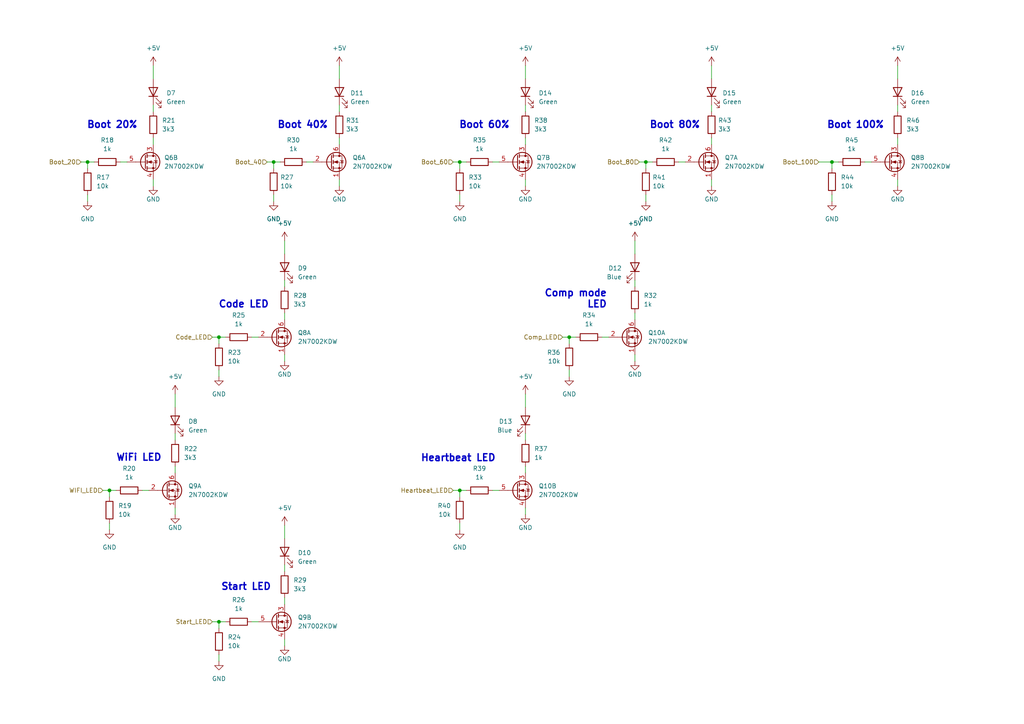
<source format=kicad_sch>
(kicad_sch (version 20211123) (generator eeschema)
  (paper "A4")
  (title_block (title "KCH - Raspberry Pi HAT") (date "2022-07-16") (rev "B (S3L2)") (company "Student Robotics") (comment 1 "Individual UI LEDs"))
  (lib_symbols
    (symbol "Device:LED" (pin_numbers hide) (pin_names (offset 1.016) hide)
      (property "Reference" "D" (at 0 2.54 0))
      (property "Value" "LED" (at 0 -2.54 0))
      (symbol "LED_0_1"
        (polyline (pts (xy -1.27 -1.27) (xy -1.27 1.27)) (stroke (width 0.254)))
        (polyline (pts (xy -1.27 0) (xy 1.27 0)))
        (polyline (pts (xy 1.27 -1.27) (xy 1.27 1.27) (xy -1.27 0) (xy 1.27 -1.27)) (stroke (width 0.254)))
        (polyline (pts (xy -3.048 -0.762) (xy -4.572 -2.286) (xy -3.81 -2.286) (xy -4.572 -2.286) (xy -4.572 -1.524)))
        (polyline (pts (xy -1.778 -0.762) (xy -3.302 -2.286) (xy -2.54 -2.286) (xy -3.302 -2.286) (xy -3.302 -1.524)))
      )
      (symbol "LED_1_1"
        (pin passive line (at -3.81 0 0) (length 2.54) (name "K") (number "1"))
        (pin passive line (at 3.81 0 180) (length 2.54) (name "A") (number "2"))
      )
    )
    (symbol "Device:Q_Dual_NMOS_S1G1D2S2G2D1" (pin_names (offset 0) hide)
      (property "Reference" "Q" (at 6.35 1.27 0))
      (property "Value" "Q_Dual_NMOS_S1G1D2S2G2D1" (at 19.05 -1.27 0))
      (symbol "Q_Dual_NMOS_S1G1D2S2G2D1_0_1"
        (polyline (pts (xy 0.254 0) (xy -2.54 0)))
        (polyline (pts (xy 0.254 1.905) (xy 0.254 -1.905)) (stroke (width 0.254)))
        (polyline (pts (xy 0.762 -1.27) (xy 0.762 -2.286)) (stroke (width 0.254)))
        (polyline (pts (xy 0.762 0.508) (xy 0.762 -0.508)) (stroke (width 0.254)))
        (polyline (pts (xy 0.762 2.286) (xy 0.762 1.27)) (stroke (width 0.254)))
        (polyline (pts (xy 2.54 2.54) (xy 2.54 1.778)))
        (polyline (pts (xy 2.54 -2.54) (xy 2.54 0) (xy 0.762 0)))
        (polyline (pts (xy 0.762 -1.778) (xy 3.302 -1.778) (xy 3.302 1.778) (xy 0.762 1.778)))
        (polyline (pts (xy 1.016 0) (xy 2.032 0.381) (xy 2.032 -0.381) (xy 1.016 0)) (fill (type outline)))
        (polyline (pts (xy 2.794 0.508) (xy 2.921 0.381) (xy 3.683 0.381) (xy 3.81 0.254)))
        (polyline (pts (xy 3.302 0.381) (xy 2.921 -0.254) (xy 3.683 -0.254) (xy 3.302 0.381)))
        (circle (center 1.651 0) (radius 2.794) (stroke (width 0.254)))
        (circle (center 2.54 -1.778) (radius 0.254) (fill (type outline)))
        (circle (center 2.54 1.778) (radius 0.254) (fill (type outline)))
      )
      (symbol "Q_Dual_NMOS_S1G1D2S2G2D1_1_1"
        (pin passive line (at 2.54 -5.08 90) (length 2.54) (name "S") (number "1"))
        (pin input line (at -5.08 0 0) (length 2.54) (name "G") (number "2"))
        (pin passive line (at 2.54 5.08 270) (length 2.54) (name "D") (number "6"))
      )
      (symbol "Q_Dual_NMOS_S1G1D2S2G2D1_2_1"
        (pin passive line (at 2.54 5.08 270) (length 2.54) (name "D") (number "3"))
        (pin passive line (at 2.54 -5.08 90) (length 2.54) (name "S") (number "4"))
        (pin input line (at -5.08 0 0) (length 2.54) (name "G") (number "5"))
      )
    )
    (symbol "Device:R" (pin_numbers hide) (pin_names (offset 0))
      (property "Reference" "R" (at 2.032 0 90))
      (property "Value" "R" (at 0 0 90))
      (symbol "R_0_1"
        (rectangle (start -1.016 -2.54) (end 1.016 2.54) (stroke (width 0.254)))
      )
      (symbol "R_1_1"
        (pin passive line (at 0 3.81 270) (length 1.27) (name "~") (number "1"))
        (pin passive line (at 0 -3.81 90) (length 1.27) (name "~") (number "2"))
      )
    )
    (symbol "power:+5V" (power) (pin_names (offset 0))
      (property "Value" "+5V" (at 0 3.556 0))
      (symbol "+5V_0_1"
        (polyline (pts (xy -0.762 1.27) (xy 0 2.54)))
        (polyline (pts (xy 0 0) (xy 0 2.54)))
        (polyline (pts (xy 0 2.54) (xy 0.762 1.27)))
      )
      (symbol "+5V_1_1"
        (pin power_in line (at 0 0 90) (length 0) hide (name "+5V") (number "1"))
      )
    )
    (symbol "power:GND" (power) (pin_names (offset 0))
      (property "Value" "GND" (at 0 -3.81 0))
      (symbol "GND_0_1"
        (polyline (pts (xy 0 0) (xy 0 -1.27) (xy 1.27 -1.27) (xy 0 -2.54) (xy -1.27 -1.27) (xy 0 -1.27)))
      )
      (symbol "GND_1_1"
        (pin power_in line (at 0 0 270) (length 0) hide (name "GND") (number "1"))
      )
    )
  )
  (junction (at 133.35 46.99))
  (junction (at 79.375 46.99))
  (junction (at 25.4 46.99))
  (junction (at 63.5 180.34))
  (junction (at 165.1 97.79))
  (junction (at 241.3 46.99))
  (junction (at 133.35 142.24))
  (junction (at 187.325 46.99))
  (junction (at 31.75 142.24))
  (junction (at 63.5 97.79))
  (wire (pts (xy 260.35 30.48) (xy 260.35 32.385)))
  (wire (pts (xy 34.925 46.99) (xy 36.83 46.99)))
  (wire (pts (xy 184.15 69.85) (xy 184.15 73.66)))
  (wire (pts (xy 133.35 142.24) (xy 133.35 144.145)))
  (wire (pts (xy 185.42 46.99) (xy 187.325 46.99)))
  (wire (pts (xy 25.4 46.99) (xy 27.305 46.99)))
  (wire (pts (xy 25.4 56.515) (xy 25.4 58.42)))
  (wire (pts (xy 98.425 52.07) (xy 98.425 53.975)))
  (wire (pts (xy 206.375 40.005) (xy 206.375 41.91)))
  (wire (pts (xy 152.4 40.005) (xy 152.4 41.91)))
  (wire (pts (xy 260.35 19.05) (xy 260.35 22.86)))
  (wire (pts (xy 31.75 142.24) (xy 33.655 142.24)))
  (wire (pts (xy 41.275 142.24) (xy 43.18 142.24)))
  (wire (pts (xy 44.45 30.48) (xy 44.45 32.385)))
  (wire (pts (xy 152.4 52.07) (xy 152.4 53.975)))
  (wire (pts (xy 82.55 173.355) (xy 82.55 175.26)))
  (wire (pts (xy 88.9 46.99) (xy 90.805 46.99)))
  (wire (pts (xy 82.55 81.28) (xy 82.55 83.185)))
  (wire (pts (xy 206.375 19.05) (xy 206.375 22.86)))
  (wire (pts (xy 50.8 135.255) (xy 50.8 137.16)))
  (wire (pts (xy 50.8 114.3) (xy 50.8 118.11)))
  (wire (pts (xy 260.35 40.005) (xy 260.35 41.91)))
  (wire (pts (xy 131.445 46.99) (xy 133.35 46.99)))
  (wire (pts (xy 63.5 97.79) (xy 65.405 97.79)))
  (wire (pts (xy 79.375 46.99) (xy 79.375 48.895)))
  (wire (pts (xy 98.425 30.48) (xy 98.425 32.385)))
  (wire (pts (xy 25.4 46.99) (xy 25.4 48.895)))
  (wire (pts (xy 133.35 151.765) (xy 133.35 153.67)))
  (wire (pts (xy 165.1 97.79) (xy 165.1 99.695)))
  (wire (pts (xy 241.3 46.99) (xy 241.3 48.895)))
  (wire (pts (xy 82.55 69.85) (xy 82.55 73.66)))
  (wire (pts (xy 184.15 90.805) (xy 184.15 92.71)))
  (wire (pts (xy 82.55 185.42) (xy 82.55 187.325)))
  (wire (pts (xy 50.8 125.73) (xy 50.8 127.635)))
  (wire (pts (xy 98.425 40.005) (xy 98.425 41.91)))
  (wire (pts (xy 82.55 90.805) (xy 82.55 92.71)))
  (wire (pts (xy 63.5 180.34) (xy 65.405 180.34)))
  (wire (pts (xy 152.4 147.32) (xy 152.4 149.225)))
  (wire (pts (xy 31.75 142.24) (xy 31.75 144.145)))
  (wire (pts (xy 152.4 30.48) (xy 152.4 32.385)))
  (wire (pts (xy 50.8 147.32) (xy 50.8 149.225)))
  (wire (pts (xy 187.325 56.515) (xy 187.325 58.42)))
  (wire (pts (xy 133.35 56.515) (xy 133.35 58.42)))
  (wire (pts (xy 260.35 52.07) (xy 260.35 53.975)))
  (wire (pts (xy 44.45 40.005) (xy 44.45 41.91)))
  (wire (pts (xy 165.1 97.79) (xy 163.195 97.79)))
  (wire (pts (xy 79.375 46.99) (xy 81.28 46.99)))
  (wire (pts (xy 165.1 97.79) (xy 167.005 97.79)))
  (wire (pts (xy 184.15 81.28) (xy 184.15 83.185)))
  (wire (pts (xy 61.595 180.34) (xy 63.5 180.34)))
  (wire (pts (xy 77.47 46.99) (xy 79.375 46.99)))
  (wire (pts (xy 82.55 102.87) (xy 82.55 104.775)))
  (wire (pts (xy 82.55 152.4) (xy 82.55 156.21)))
  (wire (pts (xy 73.025 97.79) (xy 74.93 97.79)))
  (wire (pts (xy 184.15 102.87) (xy 184.15 104.775)))
  (wire (pts (xy 82.55 163.83) (xy 82.55 165.735)))
  (wire (pts (xy 31.75 151.765) (xy 31.75 153.67)))
  (wire (pts (xy 237.49 46.99) (xy 241.3 46.99)))
  (wire (pts (xy 63.5 107.315) (xy 63.5 109.22)))
  (wire (pts (xy 206.375 30.48) (xy 206.375 32.385)))
  (wire (pts (xy 29.845 142.24) (xy 31.75 142.24)))
  (wire (pts (xy 44.45 19.05) (xy 44.45 22.86)))
  (wire (pts (xy 61.595 97.79) (xy 63.5 97.79)))
  (wire (pts (xy 152.4 114.3) (xy 152.4 118.11)))
  (wire (pts (xy 44.45 52.07) (xy 44.45 53.975)))
  (wire (pts (xy 98.425 19.05) (xy 98.425 22.86)))
  (wire (pts (xy 152.4 135.255) (xy 152.4 137.16)))
  (wire (pts (xy 133.35 142.24) (xy 131.445 142.24)))
  (wire (pts (xy 79.375 56.515) (xy 79.375 58.42)))
  (wire (pts (xy 63.5 189.865) (xy 63.5 191.77)))
  (wire (pts (xy 206.375 52.07) (xy 206.375 53.975)))
  (wire (pts (xy 152.4 19.05) (xy 152.4 22.86)))
  (wire (pts (xy 241.3 56.515) (xy 241.3 58.42)))
  (wire (pts (xy 187.325 46.99) (xy 187.325 48.895)))
  (wire (pts (xy 133.35 46.99) (xy 135.255 46.99)))
  (wire (pts (xy 73.025 180.34) (xy 74.93 180.34)))
  (wire (pts (xy 187.325 46.99) (xy 189.23 46.99)))
  (wire (pts (xy 142.875 46.99) (xy 144.78 46.99)))
  (wire (pts (xy 196.85 46.99) (xy 198.755 46.99)))
  (wire (pts (xy 133.35 142.24) (xy 135.255 142.24)))
  (wire (pts (xy 174.625 97.79) (xy 176.53 97.79)))
  (wire (pts (xy 63.5 97.79) (xy 63.5 99.695)))
  (wire (pts (xy 63.5 180.34) (xy 63.5 182.245)))
  (wire (pts (xy 165.1 107.315) (xy 165.1 109.22)))
  (wire (pts (xy 144.78 142.24) (xy 142.875 142.24)))
  (wire (pts (xy 241.3 46.99) (xy 243.205 46.99)))
  (wire (pts (xy 133.35 46.99) (xy 133.35 48.895)))
  (wire (pts (xy 250.825 46.99) (xy 252.73 46.99)))
  (wire (pts (xy 23.495 46.99) (xy 25.4 46.99)))
  (wire (pts (xy 152.4 125.73) (xy 152.4 127.635)))
  (text "Boot 100%" (at 256.54 37.465 180) (effects (font (size 2 2) (thickness 0.4) bold) (justify right bottom)))
  (text "WiFi LED" (at 46.99 133.985 180) (effects (font (size 2 2) (thickness 0.4) bold) (justify right bottom)))
  (text "Boot 60%" (at 147.955 37.465 180) (effects (font (size 2 2) (thickness 0.4) bold) (justify right bottom)))
  (text "Comp mode\n    LED" (at 176.149 89.535 180) (effects (font (size 2 2) (thickness 0.4) bold) (justify right bottom)))
  (text "Start LED" (at 78.74 171.45 180) (effects (font (size 2 2) (thickness 0.4) bold) (justify right bottom)))
  (text "Boot 40%" (at 95.25 37.465 180) (effects (font (size 2 2) (thickness 0.4) bold) (justify right bottom)))
  (text "Code LED" (at 78.105 89.535 180) (effects (font (size 2 2) (thickness 0.4) bold) (justify right bottom)))
  (text "Boot 20%" (at 40.005 37.465 180) (effects (font (size 2 2) (thickness 0.4) bold) (justify right bottom)))
  (text "Boot 80%" (at 203.2 37.465 180) (effects (font (size 2 2) (thickness 0.4) bold) (justify right bottom)))
  (text "Heartbeat LED" (at 143.891 134.112 180) (effects (font (size 2 2) (thickness 0.4) bold) (justify right bottom)))
  (hierarchical_label "WIFI_LED" (shape input) (at 29.845 142.24 180))
  (hierarchical_label "Code_LED" (shape input) (at 61.595 97.79 180))
  (hierarchical_label "Heartbeat_LED" (shape input) (at 131.445 142.24 180))
  (hierarchical_label "Boot_20" (shape input) (at 23.495 46.99 180))
  (hierarchical_label "Boot_40" (shape input) (at 77.47 46.99 180))
  (hierarchical_label "Boot_100" (shape input) (at 237.49 46.99 180))
  (hierarchical_label "Boot_60" (shape input) (at 131.445 46.99 180))
  (hierarchical_label "Boot_80" (shape input) (at 185.42 46.99 180))
  (hierarchical_label "Start_LED" (shape input) (at 61.595 180.34 180))
  (hierarchical_label "Comp_LED" (shape input) (at 163.195 97.79 180))
  (symbol (lib_id "Device:R") (at 139.065 46.99 90) (unit 1)
    (property "Reference" "R35" (at 139.065 40.64 90))
    (property "Value" "1k" (at 139.065 43.18 90))
    (property "Footprint" "Resistor_SMD:R_0402_1005Metric" (effects hide))
  )
  (symbol (lib_id "power:GND") (at 50.8 149.225 0) (unit 1)
    (property "Reference" "#PWR032" (effects hide))
    (property "Value" "GND" (at 50.8 153.035 0))
  )
  (symbol (lib_id "Device:R") (at 133.35 52.705 0) (unit 1)
    (property "Reference" "R33" (at 135.89 51.4349 0) (effects (justify left)))
    (property "Value" "10k" (at 135.89 53.9749 0) (effects (justify left)))
    (property "Footprint" "Resistor_SMD:R_0402_1005Metric" (effects hide))
  )
  (symbol (lib_id "Device:R") (at 69.215 180.34 90) (unit 1)
    (property "Reference" "R26" (at 69.215 173.99 90))
    (property "Value" "1k" (at 69.215 176.53 90))
    (property "Footprint" "Resistor_SMD:R_0402_1005Metric" (effects hide))
  )
  (symbol (lib_id "Device:R") (at 170.815 97.79 90) (unit 1)
    (property "Reference" "R34" (at 170.815 91.44 90))
    (property "Value" "1k" (at 170.815 93.98 90))
    (property "Footprint" "Resistor_SMD:R_0402_1005Metric" (effects hide))
  )
  (symbol (lib_id "power:+5V") (at 98.425 19.05 0) (unit 1)
    (property "Reference" "#PWR040" (effects hide))
    (property "Value" "+5V" (at 98.425 13.97 0))
  )
  (symbol (lib_id "Device:R") (at 206.375 36.195 0) (unit 1)
    (property "Reference" "R43" (at 208.28 34.9249 0) (effects (justify left)))
    (property "Value" "3k3" (at 208.28 37.4649 0) (effects (justify left)))
    (property "Footprint" "Resistor_SMD:R_0402_1005Metric" (effects hide))
  )
  (symbol (lib_id "power:GND") (at 152.4 149.225 0) (mirror y) (unit 1)
    (property "Reference" "#PWR047" (effects hide))
    (property "Value" "GND" (at 152.4 153.035 0))
  )
  (symbol (lib_id "Device:R") (at 139.065 142.24 90) (unit 1)
    (property "Reference" "R39" (at 139.065 135.89 90))
    (property "Value" "1k" (at 139.065 138.43 90))
    (property "Footprint" "Resistor_SMD:R_0402_1005Metric" (effects hide))
  )
  (symbol (lib_id "power:GND") (at 63.5 109.22 0) (unit 1)
    (property "Reference" "#PWR033" (effects hide))
    (property "Value" "~" (at 63.5 114.3 0))
  )
  (symbol (lib_id "power:GND") (at 63.5 191.77 0) (unit 1)
    (property "Reference" "#PWR034" (effects hide))
    (property "Value" "~" (at 63.5 196.85 0))
  )
  (symbol (lib_id "Device:Q_Dual_NMOS_S1G1D2S2G2D1") (at 95.885 46.99 0) (unit 1)
    (property "Reference" "Q6" (at 102.235 45.7199 0) (effects (justify left)))
    (property "Value" "2N7002KDW" (at 102.235 48.2599 0) (effects (justify left)))
    (property "Footprint" "Package_TO_SOT_SMD:SOT-363_SC-70-6" (effects hide))
    (property "Datasheet" "https://datasheet.lcsc.com/lcsc/1808151859_PANJIT-International-2N7002KDW_C106992.pdf" (effects hide))
  )
  (symbol (lib_id "Device:LED") (at 260.35 26.67 90) (unit 1)
    (property "Reference" "D16" (at 264.16 26.9874 90) (effects (justify right)))
    (property "Value" "Green" (at 264.16 29.5274 90) (effects (justify right)))
    (property "Footprint" "LED_SMD:LED_0603_1608Metric_Pad1.05x0.95mm_HandSolder" (effects hide))
    (property "Datasheet" "https://datasheet.lcsc.com/lcsc/1811101510_Everlight-Elec-19-217-GHC-YR1S2-3T_C72043.pdf" (effects hide))
  )
  (symbol (lib_id "Device:Q_Dual_NMOS_S1G1D2S2G2D1") (at 203.835 46.99 0) (unit 1)
    (property "Reference" "Q7" (at 210.185 45.7199 0) (effects (justify left)))
    (property "Value" "2N7002KDW" (at 210.185 48.2599 0) (effects (justify left)))
    (property "Footprint" "Package_TO_SOT_SMD:SOT-363_SC-70-6" (effects hide))
    (property "Datasheet" "https://datasheet.lcsc.com/lcsc/1808151859_PANJIT-International-2N7002KDW_C106992.pdf" (effects hide))
  )
  (symbol (lib_id "power:GND") (at 187.325 58.42 0) (unit 1)
    (property "Reference" "#PWR051" (effects hide))
    (property "Value" "~" (at 187.325 63.5 0))
  )
  (symbol (lib_id "power:GND") (at 133.35 153.67 0) (unit 1)
    (property "Reference" "#PWR050" (effects hide))
    (property "Value" "~" (at 133.35 158.75 0))
  )
  (symbol (lib_id "power:+5V") (at 82.55 152.4 0) (unit 1)
    (property "Reference" "#PWR038" (effects hide))
    (property "Value" "+5V" (at 82.55 147.32 0))
  )
  (symbol (lib_id "Device:Q_Dual_NMOS_S1G1D2S2G2D1") (at 257.81 46.99 0) (unit 2)
    (property "Reference" "Q8" (at 264.16 45.7199 0) (effects (justify left)))
    (property "Value" "2N7002KDW" (at 264.16 48.2599 0) (effects (justify left)))
    (property "Footprint" "Package_TO_SOT_SMD:SOT-363_SC-70-6" (effects hide))
    (property "Datasheet" "https://datasheet.lcsc.com/lcsc/1808151859_PANJIT-International-2N7002KDW_C106992.pdf" (effects hide))
  )
  (symbol (lib_id "power:GND") (at 260.35 53.975 0) (unit 1)
    (property "Reference" "#PWR056" (effects hide))
    (property "Value" "GND" (at 260.35 57.785 0))
  )
  (symbol (lib_id "Device:LED") (at 152.4 121.92 270) (mirror x) (unit 1)
    (property "Reference" "D13" (at 148.59 122.2374 90) (effects (justify right)))
    (property "Value" "Blue" (at 148.59 124.7774 90) (effects (justify right)))
    (property "Footprint" "LED_SMD:LED_0603_1608Metric_Pad1.05x0.95mm_HandSolder" (effects hide))
    (property "Datasheet" "https://datasheet.lcsc.com/lcsc/1811101510_Everlight-Elec-19-217-BHC-ZL1M2RY-3T_C72041.pdf" (effects hide))
  )
  (symbol (lib_id "Device:R") (at 152.4 131.445 0) (mirror y) (unit 1)
    (property "Reference" "R37" (at 154.94 130.1749 0) (effects (justify right)))
    (property "Value" "1k" (at 154.94 132.7149 0) (effects (justify right)))
    (property "Footprint" "Resistor_SMD:R_0402_1005Metric" (effects hide))
  )
  (symbol (lib_id "Device:R") (at 31.75 147.955 0) (unit 1)
    (property "Reference" "R19" (at 34.29 146.6849 0) (effects (justify left)))
    (property "Value" "10k" (at 34.29 149.2249 0) (effects (justify left)))
    (property "Footprint" "Resistor_SMD:R_0402_1005Metric" (effects hide))
  )
  (symbol (lib_id "Device:R") (at 82.55 86.995 0) (unit 1)
    (property "Reference" "R28" (at 85.09 85.7249 0) (effects (justify left)))
    (property "Value" "3k3" (at 85.09 88.2649 0) (effects (justify left)))
    (property "Footprint" "Resistor_SMD:R_0402_1005Metric" (effects hide))
  )
  (symbol (lib_id "Device:Q_Dual_NMOS_S1G1D2S2G2D1") (at 149.86 142.24 0) (unit 2)
    (property "Reference" "Q10" (at 156.21 140.9699 0) (effects (justify left)))
    (property "Value" "2N7002KDW" (at 156.21 143.5099 0) (effects (justify left)))
    (property "Footprint" "Package_TO_SOT_SMD:SOT-363_SC-70-6" (effects hide))
    (property "Datasheet" "https://datasheet.lcsc.com/lcsc/1808151859_PANJIT-International-2N7002KDW_C106992.pdf" (effects hide))
  )
  (symbol (lib_id "power:GND") (at 44.45 53.975 0) (unit 1)
    (property "Reference" "#PWR030" (effects hide))
    (property "Value" "GND" (at 44.45 57.785 0))
  )
  (symbol (lib_id "Device:LED") (at 82.55 160.02 90) (unit 1)
    (property "Reference" "D10" (at 86.36 160.3374 90) (effects (justify right)))
    (property "Value" "Green" (at 86.36 162.8774 90) (effects (justify right)))
    (property "Footprint" "LED_SMD:LED_0603_1608Metric_Pad1.05x0.95mm_HandSolder" (effects hide))
    (property "Datasheet" "https://datasheet.lcsc.com/lcsc/1811101510_Everlight-Elec-19-217-GHC-YR1S2-3T_C72043.pdf" (effects hide))
  )
  (symbol (lib_id "Device:LED") (at 50.8 121.92 90) (unit 1)
    (property "Reference" "D8" (at 54.61 122.2374 90) (effects (justify right)))
    (property "Value" "Green" (at 54.61 124.7774 90) (effects (justify right)))
    (property "Footprint" "LED_SMD:LED_0603_1608Metric_Pad1.05x0.95mm_HandSolder" (effects hide))
    (property "Datasheet" "https://datasheet.lcsc.com/lcsc/1811101510_Everlight-Elec-19-217-GHC-YR1S2-3T_C72043.pdf" (effects hide))
  )
  (symbol (lib_id "Device:Q_Dual_NMOS_S1G1D2S2G2D1") (at 181.61 97.79 0) (unit 1)
    (property "Reference" "Q10" (at 187.96 96.5199 0) (effects (justify left)))
    (property "Value" "2N7002KDW" (at 187.96 99.0599 0) (effects (justify left)))
    (property "Footprint" "Package_TO_SOT_SMD:SOT-363_SC-70-6" (effects hide))
    (property "Datasheet" "https://datasheet.lcsc.com/lcsc/1808151859_PANJIT-International-2N7002KDW_C106992.pdf" (effects hide))
  )
  (symbol (lib_id "Device:Q_Dual_NMOS_S1G1D2S2G2D1") (at 149.86 46.99 0) (unit 2)
    (property "Reference" "Q7" (at 155.575 45.7199 0) (effects (justify left)))
    (property "Value" "2N7002KDW" (at 155.575 48.2599 0) (effects (justify left)))
    (property "Footprint" "Package_TO_SOT_SMD:SOT-363_SC-70-6" (effects hide))
    (property "Datasheet" "https://datasheet.lcsc.com/lcsc/1808151859_PANJIT-International-2N7002KDW_C106992.pdf" (effects hide))
  )
  (symbol (lib_id "power:+5V") (at 260.35 19.05 0) (unit 1)
    (property "Reference" "#PWR055" (effects hide))
    (property "Value" "+5V" (at 260.35 13.97 0))
  )
  (symbol (lib_id "power:GND") (at 184.15 104.775 0) (mirror y) (unit 1)
    (property "Reference" "#PWR043" (effects hide))
    (property "Value" "GND" (at 184.15 108.585 0))
  )
  (symbol (lib_id "power:+5V") (at 184.15 69.85 0) (mirror y) (unit 1)
    (property "Reference" "#PWR042" (effects hide))
    (property "Value" "+5V" (at 184.15 64.77 0))
  )
  (symbol (lib_id "power:GND") (at 206.375 53.975 0) (unit 1)
    (property "Reference" "#PWR053" (effects hide))
    (property "Value" "GND" (at 206.375 57.785 0))
  )
  (symbol (lib_id "power:GND") (at 98.425 53.975 0) (unit 1)
    (property "Reference" "#PWR041" (effects hide))
    (property "Value" "GND" (at 98.425 57.785 0))
  )
  (symbol (lib_id "Device:LED") (at 152.4 26.67 90) (unit 1)
    (property "Reference" "D14" (at 156.21 26.9874 90) (effects (justify right)))
    (property "Value" "Green" (at 156.21 29.5274 90) (effects (justify right)))
    (property "Footprint" "LED_SMD:LED_0603_1608Metric_Pad1.05x0.95mm_HandSolder" (effects hide))
    (property "Datasheet" "https://datasheet.lcsc.com/lcsc/1811101510_Everlight-Elec-19-217-GHC-YR1S2-3T_C72043.pdf" (effects hide))
  )
  (symbol (lib_id "power:GND") (at 241.3 58.42 0) (unit 1)
    (property "Reference" "#PWR054" (effects hide))
    (property "Value" "GND" (at 241.3 63.5 0))
  )
  (symbol (lib_id "Device:R") (at 260.35 36.195 0) (unit 1)
    (property "Reference" "R46" (at 262.89 34.9249 0) (effects (justify left)))
    (property "Value" "3k3" (at 262.89 37.4649 0) (effects (justify left)))
    (property "Footprint" "Resistor_SMD:R_0402_1005Metric" (effects hide))
  )
  (symbol (lib_id "Device:R") (at 184.15 86.995 0) (mirror y) (unit 1)
    (property "Reference" "R32" (at 186.69 85.7249 0) (effects (justify right)))
    (property "Value" "1k" (at 186.69 88.2649 0) (effects (justify right)))
    (property "Footprint" "Resistor_SMD:R_0402_1005Metric" (effects hide))
  )
  (symbol (lib_id "Device:R") (at 44.45 36.195 0) (unit 1)
    (property "Reference" "R21" (at 46.99 34.9249 0) (effects (justify left)))
    (property "Value" "3k3" (at 46.99 37.4649 0) (effects (justify left)))
    (property "Footprint" "Resistor_SMD:R_0402_1005Metric" (effects hide))
  )
  (symbol (lib_id "Device:LED") (at 206.375 26.67 90) (unit 1)
    (property "Reference" "D15" (at 209.55 26.9874 90) (effects (justify right)))
    (property "Value" "Green" (at 209.55 29.5274 90) (effects (justify right)))
    (property "Footprint" "LED_SMD:LED_0603_1608Metric_Pad1.05x0.95mm_HandSolder" (effects hide))
    (property "Datasheet" "https://datasheet.lcsc.com/lcsc/1811101510_Everlight-Elec-19-217-GHC-YR1S2-3T_C72043.pdf" (effects hide))
  )
  (symbol (lib_id "power:+5V") (at 152.4 114.3 0) (mirror y) (unit 1)
    (property "Reference" "#PWR046" (effects hide))
    (property "Value" "+5V" (at 152.4 109.22 0))
  )
  (symbol (lib_id "Device:R") (at 82.55 169.545 0) (unit 1)
    (property "Reference" "R29" (at 85.09 168.2749 0) (effects (justify left)))
    (property "Value" "3k3" (at 85.09 170.8149 0) (effects (justify left)))
    (property "Footprint" "Resistor_SMD:R_0402_1005Metric" (effects hide))
  )
  (symbol (lib_id "Device:R") (at 37.465 142.24 90) (unit 1)
    (property "Reference" "R20" (at 37.465 135.89 90))
    (property "Value" "1k" (at 37.465 138.43 90))
    (property "Footprint" "Resistor_SMD:R_0402_1005Metric" (effects hide))
  )
  (symbol (lib_id "Device:LED") (at 82.55 77.47 90) (unit 1)
    (property "Reference" "D9" (at 86.36 77.7874 90) (effects (justify right)))
    (property "Value" "Green" (at 86.36 80.3274 90) (effects (justify right)))
    (property "Footprint" "LED_SMD:LED_0603_1608Metric_Pad1.05x0.95mm_HandSolder" (effects hide))
    (property "Datasheet" "https://datasheet.lcsc.com/lcsc/1811101510_Everlight-Elec-19-217-GHC-YR1S2-3T_C72043.pdf" (effects hide))
  )
  (symbol (lib_id "power:GND") (at 31.75 153.67 0) (unit 1)
    (property "Reference" "#PWR028" (effects hide))
    (property "Value" "~" (at 31.75 158.75 0))
  )
  (symbol (lib_id "Device:R") (at 79.375 52.705 0) (unit 1)
    (property "Reference" "R27" (at 81.28 51.4349 0) (effects (justify left)))
    (property "Value" "10k" (at 81.28 53.9749 0) (effects (justify left)))
    (property "Footprint" "Resistor_SMD:R_0402_1005Metric" (effects hide))
  )
  (symbol (lib_id "power:+5V") (at 50.8 114.3 0) (unit 1)
    (property "Reference" "#PWR031" (effects hide))
    (property "Value" "+5V" (at 50.8 109.22 0))
  )
  (symbol (lib_id "Device:R") (at 25.4 52.705 0) (unit 1)
    (property "Reference" "R17" (at 27.94 51.4349 0) (effects (justify left)))
    (property "Value" "10k" (at 27.94 53.9749 0) (effects (justify left)))
    (property "Footprint" "Resistor_SMD:R_0402_1005Metric" (effects hide))
  )
  (symbol (lib_id "Device:R") (at 85.09 46.99 90) (unit 1)
    (property "Reference" "R30" (at 85.09 40.64 90))
    (property "Value" "1k" (at 85.09 43.18 90))
    (property "Footprint" "Resistor_SMD:R_0402_1005Metric" (effects hide))
  )
  (symbol (lib_id "Device:R") (at 133.35 147.955 0) (unit 1)
    (property "Reference" "R40" (at 130.81 146.6849 0) (effects (justify right)))
    (property "Value" "10k" (at 130.81 149.2249 0) (effects (justify right)))
    (property "Footprint" "Resistor_SMD:R_0402_1005Metric" (effects hide))
  )
  (symbol (lib_id "Device:LED") (at 44.45 26.67 90) (unit 1)
    (property "Reference" "D7" (at 48.26 26.9874 90) (effects (justify right)))
    (property "Value" "Green" (at 48.26 29.5274 90) (effects (justify right)))
    (property "Footprint" "LED_SMD:LED_0603_1608Metric_Pad1.05x0.95mm_HandSolder" (effects hide))
    (property "Datasheet" "https://datasheet.lcsc.com/lcsc/1811101510_Everlight-Elec-19-217-GHC-YR1S2-3T_C72043.pdf" (effects hide))
  )
  (symbol (lib_id "Device:Q_Dual_NMOS_S1G1D2S2G2D1") (at 80.01 180.34 0) (unit 2)
    (property "Reference" "Q9" (at 86.36 179.0699 0) (effects (justify left)))
    (property "Value" "2N7002KDW" (at 86.36 181.6099 0) (effects (justify left)))
    (property "Footprint" "Package_TO_SOT_SMD:SOT-363_SC-70-6" (effects hide))
    (property "Datasheet" "https://datasheet.lcsc.com/lcsc/1808151859_PANJIT-International-2N7002KDW_C106992.pdf" (effects hide))
  )
  (symbol (lib_id "Device:Q_Dual_NMOS_S1G1D2S2G2D1") (at 48.26 142.24 0) (unit 1)
    (property "Reference" "Q9" (at 54.61 140.9699 0) (effects (justify left)))
    (property "Value" "2N7002KDW" (at 54.61 143.5099 0) (effects (justify left)))
    (property "Footprint" "Package_TO_SOT_SMD:SOT-363_SC-70-6" (effects hide))
    (property "Datasheet" "https://datasheet.lcsc.com/lcsc/1808151859_PANJIT-International-2N7002KDW_C106992.pdf" (effects hide))
  )
  (symbol (lib_id "Device:Q_Dual_NMOS_S1G1D2S2G2D1") (at 41.91 46.99 0) (unit 2)
    (property "Reference" "Q6" (at 47.625 45.7199 0) (effects (justify left)))
    (property "Value" "2N7002KDW" (at 47.625 48.2599 0) (effects (justify left)))
    (property "Footprint" "Package_TO_SOT_SMD:SOT-363_SC-70-6" (effects hide))
    (property "Datasheet" "https://datasheet.lcsc.com/lcsc/1808151859_PANJIT-International-2N7002KDW_C106992.pdf" (effects hide))
  )
  (symbol (lib_id "Device:LED") (at 98.425 26.67 90) (unit 1)
    (property "Reference" "D11" (at 101.6 26.9874 90) (effects (justify right)))
    (property "Value" "Green" (at 101.6 29.5274 90) (effects (justify right)))
    (property "Footprint" "LED_SMD:LED_0603_1608Metric_Pad1.05x0.95mm_HandSolder" (effects hide))
    (property "Datasheet" "https://datasheet.lcsc.com/lcsc/1811101510_Everlight-Elec-19-217-GHC-YR1S2-3T_C72043.pdf" (effects hide))
  )
  (symbol (lib_id "power:GND") (at 152.4 53.975 0) (unit 1)
    (property "Reference" "#PWR049" (effects hide))
    (property "Value" "GND" (at 152.4 57.785 0))
  )
  (symbol (lib_id "Device:LED") (at 184.15 77.47 270) (mirror x) (unit 1)
    (property "Reference" "D12" (at 180.34 77.7874 90) (effects (justify right)))
    (property "Value" "Blue" (at 180.34 80.3274 90) (effects (justify right)))
    (property "Footprint" "LED_SMD:LED_0603_1608Metric_Pad1.05x0.95mm_HandSolder" (effects hide))
    (property "Datasheet" "https://datasheet.lcsc.com/lcsc/1811101510_Everlight-Elec-19-217-BHC-ZL1M2RY-3T_C72041.pdf" (effects hide))
  )
  (symbol (lib_id "power:GND") (at 133.35 58.42 0) (unit 1)
    (property "Reference" "#PWR044" (effects hide))
    (property "Value" "~" (at 133.35 63.5 0))
  )
  (symbol (lib_id "power:GND") (at 25.4 58.42 0) (unit 1)
    (property "Reference" "#PWR027" (effects hide))
    (property "Value" "~" (at 25.4 63.5 0))
  )
  (symbol (lib_id "power:GND") (at 79.375 58.42 0) (unit 1)
    (property "Reference" "#PWR035" (effects hide))
    (property "Value" "~" (at 79.375 63.5 0))
  )
  (symbol (lib_id "Device:R") (at 247.015 46.99 90) (unit 1)
    (property "Reference" "R45" (at 247.015 40.64 90))
    (property "Value" "1k" (at 247.015 43.18 90))
    (property "Footprint" "Resistor_SMD:R_0402_1005Metric" (effects hide))
  )
  (symbol (lib_id "Device:R") (at 193.04 46.99 90) (unit 1)
    (property "Reference" "R42" (at 193.04 40.64 90))
    (property "Value" "1k" (at 193.04 43.18 90))
    (property "Footprint" "Resistor_SMD:R_0402_1005Metric" (effects hide))
  )
  (symbol (lib_id "power:GND") (at 82.55 104.775 0) (unit 1)
    (property "Reference" "#PWR037" (effects hide))
    (property "Value" "GND" (at 82.55 108.585 0))
  )
  (symbol (lib_id "power:+5V") (at 82.55 69.85 0) (unit 1)
    (property "Reference" "#PWR036" (effects hide))
    (property "Value" "+5V" (at 82.55 64.77 0))
  )
  (symbol (lib_id "Device:R") (at 50.8 131.445 0) (unit 1)
    (property "Reference" "R22" (at 53.34 130.1749 0) (effects (justify left)))
    (property "Value" "3k3" (at 53.34 132.7149 0) (effects (justify left)))
    (property "Footprint" "Resistor_SMD:R_0402_1005Metric" (effects hide))
  )
  (symbol (lib_id "Device:R") (at 241.3 52.705 0) (unit 1)
    (property "Reference" "R44" (at 243.84 51.4349 0) (effects (justify left)))
    (property "Value" "10k" (at 243.84 53.9749 0) (effects (justify left)))
    (property "Footprint" "Resistor_SMD:R_0402_1005Metric" (effects hide))
  )
  (symbol (lib_id "power:+5V") (at 206.375 19.05 0) (unit 1)
    (property "Reference" "#PWR052" (effects hide))
    (property "Value" "+5V" (at 206.375 13.97 0))
  )
  (symbol (lib_id "power:+5V") (at 44.45 19.05 0) (unit 1)
    (property "Reference" "#PWR029" (effects hide))
    (property "Value" "+5V" (at 44.45 13.97 0))
  )
  (symbol (lib_id "Device:R") (at 152.4 36.195 0) (unit 1)
    (property "Reference" "R38" (at 154.94 34.9249 0) (effects (justify left)))
    (property "Value" "3k3" (at 154.94 37.4649 0) (effects (justify left)))
    (property "Footprint" "Resistor_SMD:R_0402_1005Metric" (effects hide))
  )
  (symbol (lib_id "Device:R") (at 63.5 186.055 0) (unit 1)
    (property "Reference" "R24" (at 66.04 184.7849 0) (effects (justify left)))
    (property "Value" "10k" (at 66.04 187.3249 0) (effects (justify left)))
    (property "Footprint" "Resistor_SMD:R_0402_1005Metric" (effects hide))
  )
  (symbol (lib_id "Device:R") (at 187.325 52.705 0) (unit 1)
    (property "Reference" "R41" (at 189.23 51.4349 0) (effects (justify left)))
    (property "Value" "10k" (at 189.23 53.9749 0) (effects (justify left)))
    (property "Footprint" "Resistor_SMD:R_0402_1005Metric" (effects hide))
  )
  (symbol (lib_id "Device:R") (at 31.115 46.99 90) (unit 1)
    (property "Reference" "R18" (at 31.115 40.64 90))
    (property "Value" "1k" (at 31.115 43.18 90))
    (property "Footprint" "Resistor_SMD:R_0402_1005Metric" (effects hide))
  )
  (symbol (lib_id "Device:R") (at 63.5 103.505 0) (unit 1)
    (property "Reference" "R23" (at 66.04 102.2349 0) (effects (justify left)))
    (property "Value" "10k" (at 66.04 104.7749 0) (effects (justify left)))
    (property "Footprint" "Resistor_SMD:R_0402_1005Metric" (effects hide))
  )
  (symbol (lib_id "Device:Q_Dual_NMOS_S1G1D2S2G2D1") (at 80.01 97.79 0) (unit 1)
    (property "Reference" "Q8" (at 86.36 96.5199 0) (effects (justify left)))
    (property "Value" "2N7002KDW" (at 86.36 99.0599 0) (effects (justify left)))
    (property "Footprint" "Package_TO_SOT_SMD:SOT-363_SC-70-6" (effects hide))
    (property "Datasheet" "https://datasheet.lcsc.com/lcsc/1808151859_PANJIT-International-2N7002KDW_C106992.pdf" (effects hide))
  )
  (symbol (lib_id "Device:R") (at 165.1 103.505 0) (unit 1)
    (property "Reference" "R36" (at 162.56 102.2349 0) (effects (justify right)))
    (property "Value" "10k" (at 162.56 104.7749 0) (effects (justify right)))
    (property "Footprint" "Resistor_SMD:R_0402_1005Metric" (effects hide))
  )
  (symbol (lib_id "Device:R") (at 98.425 36.195 0) (unit 1)
    (property "Reference" "R31" (at 100.33 34.9249 0) (effects (justify left)))
    (property "Value" "3k3" (at 100.33 37.4649 0) (effects (justify left)))
    (property "Footprint" "Resistor_SMD:R_0402_1005Metric" (effects hide))
  )
  (symbol (lib_id "power:GND") (at 165.1 109.22 0) (unit 1)
    (property "Reference" "#PWR045" (effects hide))
    (property "Value" "~" (at 165.1 114.3 0))
  )
  (symbol (lib_id "Device:R") (at 69.215 97.79 90) (unit 1)
    (property "Reference" "R25" (at 69.215 91.44 90))
    (property "Value" "1k" (at 69.215 93.98 90))
    (property "Footprint" "Resistor_SMD:R_0402_1005Metric" (effects hide))
  )
  (symbol (lib_id "power:GND") (at 82.55 187.325 0) (unit 1)
    (property "Reference" "#PWR039" (effects hide))
    (property "Value" "GND" (at 82.55 191.135 0))
  )
  (symbol (lib_id "power:+5V") (at 152.4 19.05 0) (unit 1)
    (property "Reference" "#PWR048" (effects hide))
    (property "Value" "+5V" (at 152.4 13.97 0))
  )
)
</source>
